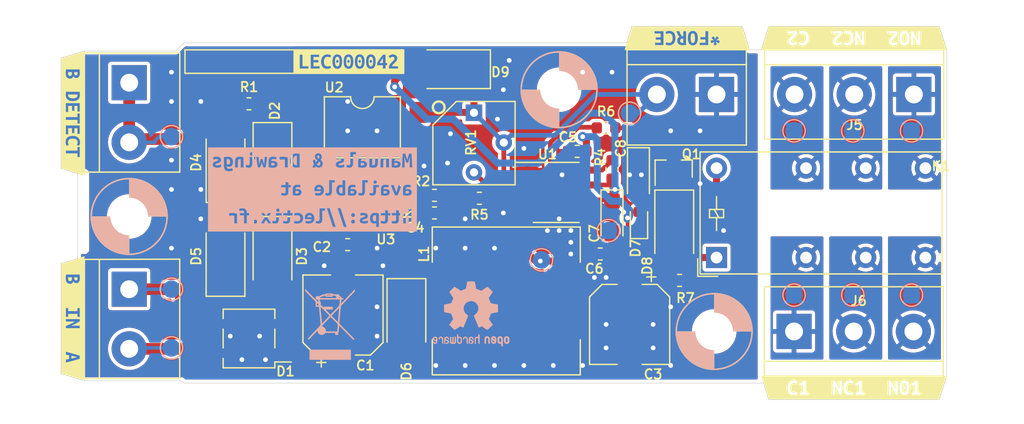
<source format=kicad_pcb>
(kicad_pcb (version 20211014) (generator pcbnew)
  (layers (0 "F.Cu" signal) (31 "B.Cu" signal) (34 "B.Paste" user) (35 "F.Paste" user) (36 "B.SilkS" user "B.Silkscreen") (37 "F.SilkS" user "F.Silkscreen") (38 "B.Mask" user) (39 "F.Mask" user) (44 "Edge.Cuts" user))
  (net 0 "")
  (net 1 "GND")
  (net 2 "Net-(C1-Pad1)")
  (net 3 "+5V")
  (net 4 "Net-(C4-Pad2)")
  (net 5 "Net-(D2-Pad2)")
  (net 6 "Net-(D4-Pad1)")
  (net 7 "Net-(D6-Pad1)")
  (net 8 "Net-(D7-Pad1)")
  (net 9 "Net-(D8-Pad2)")
  (net 10 "/FORCE")
  (net 11 "/T1")
  (net 12 "/R1")
  (net 13 "/C1")
  (net 14 "/T2")
  (net 15 "/R2")
  (net 16 "/C2")
  (net 17 "Net-(R1-Pad2)")
  (net 18 "Net-(R5-Pad2)")
  (net 19 "Net-(R6-Pad2)")
  (net 20 "TRACK_B")
  (net 21 "TRACK_A")
  (net 22 "TRACK_B_DETECT_ZONE")
  (net 23 "Net-(C6-Pad1)")
  (net 24 "Net-(C7-Pad1)")
  (net 25 "Net-(C8-Pad1)")
  (footprint "Capacitor_SMD:C_0603_1608Metric" (layer "F.Cu") (at 220 87.2 180)
    (fp_text reference "C2")
    (fp_text value "100nF")
  )
  (footprint "0_capacitors:CP_Elec_6.3x5.8" (layer "F.Cu") (at 244 94 -90)
    (fp_text reference "C3")
    (fp_text value "100uF")
  )
  (footprint "Capacitor_SMD:C_0603_1608Metric" (layer "F.Cu") (at 227.3875 84.5 180)
    (fp_text reference "C4")
    (fp_text value "DNP")
  )
  (footprint "Diode_SMD:D_SMA" (layer "F.Cu") (at 213.6 80.2 -90)
    (fp_text reference "D2")
    (fp_text value "D")
  )
  (footprint "Diode_SMD:D_SMA" (layer "F.Cu") (at 213.6 88.2 -90)
    (fp_text reference "D3")
    (fp_text value "D")
  )
  (footprint "Diode_SMD:D_SMA" (layer "F.Cu") (at 209.6 80.2 90)
    (fp_text reference "D4")
    (fp_text value "D")
  )
  (footprint "Diode_SMD:D_SMA" (layer "F.Cu") (at 209.6 88.2 90)
    (fp_text reference "D5")
    (fp_text value "D")
  )
  (footprint "Diode_SMD:D_SMA" (layer "F.Cu") (at 225 93.5 -90)
    (fp_text reference "D6")
    (fp_text value "D_Schottky_Small")
  )
  (footprint "LED_SMD:LED_0603_1608Metric" (layer "F.Cu") (at 244.8 85.2 90)
    (fp_text reference "D7")
    (fp_text value "LED")
  )
  (footprint "Diode_SMD:D_SMA" (layer "F.Cu") (at 247.8 85.95 -90)
    (fp_text reference "D8")
    (fp_text value "D")
  )
  (footprint "0_connectors:TerminalBlock_bornier-2_P5.08mm-blue" (layer "F.Cu") (at 248.86 74.4 180)
    (fp_text reference "J1")
    (fp_text value "FORCE_ACTIVATION")
  )
  (footprint "0_connectors:TerminalBlock_bornier-2_P5.08mm-blue" (layer "F.Cu") (at 201.4 75.94 -90)
    (fp_text reference "J2")
    (fp_text value "TRACKS_OUT")
  )
  (footprint "0_connectors:TerminalBlock_bornier-2_P5.08mm-green" (layer "F.Cu") (at 201.4 93.54 -90)
    (fp_text reference "J3")
    (fp_text value "TRACKS_IN")
  )
  (footprint "0_connectors:TerminalBlock_bornier-3_P5.08mm-blue" (layer "F.Cu") (at 268.2 74.4 180)
    (fp_text reference "J5")
    (fp_text value "CONTACT_1")
  )
  (footprint "0_connectors:TerminalBlock_bornier-3_P5.08mm-blue" (layer "F.Cu") (at 258 94.6)
    (fp_text reference "J6")
    (fp_text value "CONTACT_2")
  )
  (footprint "Resistor_SMD:R_0603_1608Metric" (layer "F.Cu") (at 227.3875 83 180)
    (fp_text reference "R2")
    (fp_text value "3k")
  )
  (footprint "Resistor_SMD:R_0603_1608Metric" (layer "F.Cu") (at 225 82.0125 90)
    (fp_text reference "R3")
    (fp_text value "1k")
  )
  (footprint "Resistor_SMD:R_0603_1608Metric" (layer "F.Cu") (at 231.2125 83.25)
    (fp_text reference "R5")
    (fp_text value "1k")
  )
  (footprint "Resistor_SMD:R_0603_1608Metric" (layer "F.Cu") (at 242 77.25 180)
    (fp_text reference "R6")
    (fp_text value "1k")
  )
  (footprint "Resistor_SMD:R_0603_1608Metric" (layer "F.Cu") (at 248.25 90.25 180)
    (fp_text reference "R7")
    (fp_text value "10k")
  )
  (footprint "Package_DIP:SMDIP-4_W9.53mm_Clearance8mm" (layer "F.Cu") (at 221.25 77.2)
    (fp_text reference "U2")
    (fp_text value "CYPC817")
  )
  (footprint "Package_SO:SOP-8_3.76x4.96mm_P1.27mm" (layer "F.Cu") (at 220 83.4 180)
    (fp_text reference "U3")
    (fp_text value "XL1509-ADJE1")
  )
  (footprint "0_relays:Relay_DPDT_HK19F" (layer "F.Cu") (at 260.3 84.7)
    (fp_text reference "K1")
    (fp_text value "HK19F-5V")
  )
  (footprint "Resistor_SMD:R_0603_1608Metric" (layer "F.Cu") (at 211.6 75.2)
    (fp_text reference "R1")
    (fp_text value "27")
  )
  (footprint "0_mechanical:MountingHole_3.2mm_M3" (layer "F.Cu") (at 201.4 84.8)
    (fp_text reference "H1" hide)
    (fp_text value "MountingHole")
  )
  (footprint "0_mechanical:MountingHole_3.2mm_M3" (layer "F.Cu") (at 251.2 94.6)
    (fp_text reference "H2" hide)
    (fp_text value "MountingHole")
  )
  (footprint "0_mechanical:MountingHole_3.2mm_M3" (layer "F.Cu") (at 238 74)
    (fp_text reference "H3" hide)
    (fp_text value "MountingHole")
  )
  (footprint "0_logos:Logo_10mm" (layer "F.Cu") (at 210.75 71.6)
    (fp_text reference "LOGO1" hide)
    (fp_text value "logo_lectix_25mm" hide)
  )
  (footprint "Capacitor_SMD:C_0603_1608Metric" (layer "F.Cu") (at 241.5 88)
    (fp_text reference "C6")
    (fp_text value "10n")
  )
  (footprint "Capacitor_Tantalum_SMD:CP_EIA-3216-18_Kemet-A" (layer "F.Cu") (at 242.5 84.85 -90)
    (fp_text reference "C7")
    (fp_text value "10uF")
  )
  (footprint "Capacitor_Tantalum_SMD:CP_EIA-3216-18_Kemet-A" (layer "F.Cu") (at 244.75 81.25 -90)
    (fp_text reference "C8")
    (fp_text value "10uF")
  )
  (footprint "Resistor_SMD:R_0603_1608Metric" (layer "F.Cu") (at 242.5 80.7875 -90)
    (fp_text reference "R4")
    (fp_text value "180k")
  )
  (footprint "Package_SO:SOIC-8_3.9x4.9mm_P1.27mm" (layer "F.Cu") (at 237.75 82.75)
    (fp_text reference "U1")
    (fp_text value "NE555")
  )
  (footprint "Capacitor_SMD:C_0603_1608Metric" (layer "F.Cu") (at 239.5375 79.25 180)
    (fp_text reference "C5")
    (fp_text value "100nF")
  )
  (footprint "Inductor_SMD:L_12x12mm_H6mm" (layer "F.Cu") (at 233.5 92 180)
    (fp_text reference "L1")
    (fp_text value "47uH")
  )
  (footprint "Diode_SMD:D_SMA" (layer "F.Cu") (at 228.75 72.25 180)
    (fp_text reference "D9")
    (fp_text value "D")
  )
  (footprint "Package_TO_SOT_SMD:TO-269AA" (layer "F.Cu") (at 211.6 95.2 180)
    (fp_text reference "D1")
    (fp_text value "MB10S")
  )
  (footprint "0_potentiometers:BOURNS-3362P_pot" (layer "F.Cu") (at 230.75 78.5 -90)
    (fp_text reference "RV1")
    (fp_text value "500k")
  )
  (footprint "0_capacitors:CP_Elec_6.3x5.8" (layer "F.Cu") (at 219.6 93.2 90)
    (fp_text reference "C1")
    (fp_text value "100uF")
  )
  (footprint "Package_TO_SOT_SMD:SOT-23" (layer "F.Cu") (at 247.75 80.75 90)
    (fp_text reference "Q1")
    (fp_text value "S8050")
  )
  (footprint "kibuzzard-624D4ACF" (layer "F.Cu") (at 196.6 93.5 -90)
    (fp_text reference "kibuzzard-624D4ACF" hide)
    (fp_text value "G***" hide)
  )
  (footprint "kikit:Tab" (layer "F.Cu") (at 271.25 92.008895 180)
    (fp_text reference "REF**" hide)
    (fp_text value "Tab")
  )
  (footprint "kibuzzard-624D4A0B" (layer "F.Cu") (at 220.1 71.6)
    (fp_text reference "kibuzzard-624D4A0B" hide)
    (fp_text value "G***" hide)
  )
  (footprint "kibuzzard-624D4A7D" (layer "F.Cu") (at 248.9 69.6 180)
    (fp_text reference "kibuzzard-624D4A7D" hide)
    (fp_text value "G***" hide)
  )
  (footprint "kikit:Tab" (layer "F.Cu") (at 196.75 84.75)
    (fp_text reference "REF**" hide)
    (fp_text value "Tab")
  )
  (footprint "kikit:Tab" (layer "F.Cu") (at 271.25 77.221953 180)
    (fp_text reference "REF**" hide)
    (fp_text value "Tab")
  )
  (footprint "kibuzzard-624D4BCC" (layer "F.Cu") (at 263.1 69.6 180)
    (fp_text reference "kibuzzard-624D4BCC" hide)
    (fp_text value "G***" hide)
  )
  (footprint "kibuzzard-624D4BDE" (layer "F.Cu") (at 263.1 99.4)
    (fp_text reference "kibuzzard-624D4BDE" hide)
    (fp_text value "G***" hide)
  )
  (footprint "kibuzzard-624D4AF8" (layer "F.Cu") (at 196.6 76 -90)
    (fp_text reference "kibuzzard-624D4AF8" hide)
    (fp_text value "G***" hide)
  )
  (footprint "TestPoint:TestPoint_Pad_D1.5mm" (layer "B.Cu") (at 236.5 88.5)
    (fp_text reference "TP4" hide)
    (fp_text value "TestPoint_Probe")
  )
  (footprint "TestPoint:TestPoint_Pad_D1.5mm" (layer "B.Cu") (at 242.2 86)
    (fp_text reference "TP6" hide)
    (fp_text value "TestPoint_Probe")
  )
  (footprint "TestPoint:TestPoint_Pad_D1.5mm" (layer "B.Cu") (at 244 76)
    (fp_text reference "TP7" hide)
    (fp_text value "TestPoint_Probe")
  )
  (footprint "TestPoint:TestPoint_Pad_D1.5mm" (layer "B.Cu") (at 205 78)
    (fp_text reference "TP8" hide)
    (fp_text value "TestPoint_Probe")
  )
  (footprint "TestPoint:TestPoint_Pad_D1.5mm" (layer "B.Cu") (at 205 96)
    (fp_text reference "TP9" hide)
    (fp_text value "TestPoint_Probe")
  )
  (footprint "TestPoint:TestPoint_Pad_D1.5mm" (layer "B.Cu") (at 205 91)
    (fp_text reference "TP10" hide)
    (fp_text value "TestPoint_Probe")
  )
  (footprint "TestPoint:TestPoint_Pad_D1.5mm" (layer "B.Cu") (at 263 77.5)
    (fp_text reference "TP1" hide)
    (fp_text value "TestPoint_Probe")
  )
  (footprint "TestPoint:TestPoint_Pad_D1.5mm" (layer "B.Cu") (at 258 77.5)
    (fp_text reference "TP2" hide)
    (fp_text value "TestPoint_Probe")
  )
  (footprint "TestPoint:TestPoint_Pad_D1.5mm" (layer "B.Cu") (at 268 77.5)
    (fp_text reference "TP3" hide)
    (fp_text value "TestPoint_Probe")
  )
  (footprint "TestPoint:TestPoint_Pad_D1.5mm" (layer "B.Cu") (at 263 91.5)
    (fp_text reference "TP5" hide)
    (fp_text value "TestPoint_Probe")
  )
  (footprint "TestPoint:TestPoint_Pad_D1.5mm" (layer "B.Cu") (at 258 91.5)
    (fp_text reference "TP11" hide)
    (fp_text value "TestPoint_Probe")
  )
  (footprint "TestPoint:TestPoint_Pad_D1.5mm" (layer "B.Cu") (at 268 91.5)
    (fp_text reference "TP12" hide)
    (fp_text value "TestPoint_Probe")
  )
  (footprint "Symbol:WEEE-Logo_4.2x6mm_SilkScreen" (layer "B.Cu") (at 218.5 94 180)
    (fp_text reference "REF**" hide)
    (fp_text value "WEEE-Logo_4.2x6mm_SilkScreen" hide)
  )
  (footprint "kibuzzard-624D5053" (layer "B.Cu") (at 217 82.5 180)
    (fp_text reference "kibuzzard-624D5053" hide)
    (fp_text value "G***" hide)
  )
  (footprint "Symbol:OSHW-Logo2_7.3x6mm_SilkScreen" (layer "B.Cu") (at 230.5 93.1 180)
    (fp_text reference "REF**" hide)
    (fp_text value "OSHW-Logo2_7.3x6mm_SilkScreen" hide)
  )
  (gr_line (start 224.75 70.6) (end 206.15 70.6) (layer "F.SilkS") (width 0.12))
  (gr_line (start 206.15 70.6) (end 206.15 72.6) (layer "F.SilkS") (width 0.12))
  (gr_line (start 206.15 72.6) (end 224.75 72.6) (layer "F.SilkS") (width 0.12))
  (gr_line (start 224.75 72.6) (end 224.75 70.6) (layer "F.SilkS") (width 0.12))
  (gr_line (start 195.6 80.7) (end 197 81.15) (layer "Edge.Cuts") (width 0.05))
  (gr_line (start 195.6 71.3) (end 195.6 80.7) (layer "Edge.Cuts") (width 0.05))
  (gr_line (start 197.6 70.7) (end 195.6 71.3) (layer "Edge.Cuts") (width 0.05))
  (gr_line (start 255.2 70.6) (end 255.85 68.6) (layer "Edge.Cuts") (width 0.05))
  (gr_line (start 253.6 68.6) (end 254.2 70.6) (layer "Edge.Cuts") (width 0.05))
  (gr_line (start 243.75 70) (end 206.05 70) (layer "Edge.Cuts") (width 0.05))
  (gr_line (start 271 98.4) (end 271 70.6) (layer "Edge.Cuts") (width 0.05))
  (gr_line (start 244.2 68.6) (end 253.6 68.6) (layer "Edge.Cuts") (width 0.05))
  (gr_line (start 243.75 70) (end 244.2 68.6) (layer "Edge.Cuts") (width 0.05))
  (gr_line (start 195.6 88.8) (end 197 88.4) (layer "Edge.Cuts") (width 0.05))
  (gr_line (start 195.6 98.2) (end 195.6 88.8) (layer "Edge.Cuts") (width 0.05))
  (gr_line (start 197.6 98.8) (end 195.6 98.2) (layer "Edge.Cuts") (width 0.05))
  (gr_line (start 197 81.15) (end 197 88.4) (layer "Edge.Cuts") (width 0.05))
  (gr_line (start 255.85 68.6) (end 270.35 68.6) (layer "Edge.Cuts") (width 0.05))
  (gr_line (start 206.05 99) (end 255.4 99) (layer "Edge.Cuts") (width 0.05))
  (gr_line (start 255.2 70.6) (end 254.2 70.6) (layer "Edge.Cuts") (width 0.05))
  (gr_line (start 255.85 100.4) (end 270.35 100.4) (layer "Edge.Cuts") (width 0.05))
  (gr_line (start 255.85 100.4) (end 255.4 99) (layer "Edge.Cuts") (width 0.05))
  (gr_line (start 205.35 70.7) (end 197.6 70.7) (layer "Edge.Cuts") (width 0.05))
  (gr_line (start 205.85 98.8) (end 197.6 98.8) (layer "Edge.Cuts") (width 0.05))
  (gr_line (start 206.05 70) (end 205.35 70.7) (layer "Edge.Cuts") (width 0.05))
  (gr_line (start 271 70.6) (end 270.35 68.6) (layer "Edge.Cuts") (width 0.05))
  (gr_line (start 270.35 100.4) (end 271 98.4) (layer "Edge.Cuts") (width 0.05))
  (gr_line (start 206.05 99) (end 205.85 98.8) (layer "Edge.Cuts") (width 0.05))
  (segment (start 217.4625 85.45) (end 218.2125 86.2) (width 0.6) (layer "F.Cu") (net 1))
  (segment (start 222.5375 81.495) (end 224.73 81.495) (width 0.6) (layer "F.Cu") (net 1))
  (segment (start 219.2125 86.4125) (end 219.2125 87.2) (width 0.6) (layer "F.Cu") (net 1))
  (segment (start 217.9 90.5) (end 219.6 90.5) (width 1) (layer "F.Cu") (net 1))
  (segment (start 217.4625 81.495) (end 222.5375 81.495) (width 0.6) (layer "F.Cu") (net 1))
  (segment (start 224.73 81.495) (end 225 81.225) (width 0.6) (layer "F.Cu") (net 1))
  (segment (start 216.175 93.93) (end 217.4 92.705) (width 1) (layer "F.Cu") (net 1))
  (segment (start 217.4 91) (end 217.9 90.5) (width 1) (layer "F.Cu") (net 1))
  (segment (start 242.5 86.2) (end 242.5 87.7875) (width 0.6) (layer "F.Cu") (net 1))
  (segment (start 219.2125 87.2) (end 219.2125 87.8125) (width 0.6) (layer "F.Cu") (net 1))
  (segment (start 214.675 93.93) (end 216.175 93.93) (width 1) (layer "F.Cu") (net 1))
  (segment (start 218.2125 86.2) (end 219 86.2) (width 0.6) (layer "F.Cu") (net 1))
  (segment (start 219 86.2) (end 219.2125 86.4125) (width 0.6) (layer "F.Cu") (net 1))
  (segment (start 219.2125 87.8125) (end 219.6 88.2) (width 0.6) (layer "F.Cu") (net 1))
  (segment (start 242.5 87.7875) (end 242.2875 88) (width 0.6) (layer "F.Cu") (net 1))
  (segment (start 219.6 88.2) (end 219.6 90.5) (width 0.6) (layer "F.Cu") (net 1))
  (segment (start 217.4625 81.495) (end 217.4625 85.45) (width 0.6) (layer "F.Cu") (net 1))
  (segment (start 217.4 92.705) (end 217.4 91) (width 1) (layer "F.Cu") (net 1))
  (via (at 207.5 85) (size 0.8) (drill 0.4) (layers "F.Cu" "B.Cu") (net 1))
  (via (at 242 94) (size 0.8) (drill 0.4) (layers "F.Cu" "B.Cu") (net 1))
  (via (at 213 97) (size 0.8) (drill 0.4) (layers "F.Cu" "B.Cu") (net 1))
  (via (at 241 90) (size 0.8) (drill 0.4) (layers "F.Cu" "B.Cu") (net 1))
  (via (at 239 86) (size 0.8) (drill 0.4) (layers "F.Cu" "B.Cu") (net 1))
  (via (at 230 85) (size 0.8) (drill 0.4) (layers "F.Cu" "B.Cu") (net 1))
  (via (at 252 86) (size 0.8) (drill 0.4) (layers "F.Cu" "B.Cu") (net 1))
  (via (at 238 86) (size 0.8) (drill 0.4) (layers "F.Cu" "B.Cu") (net 1))
  (via (at 212.5 95) (size 0.8) (drill 0.4) (layers "F.Cu" "B.Cu") (net 1))
  (via (at 218 89) (size 0.8) (drill 0.4) (layers "F.Cu" "B.Cu") (net 1))
  (via (at 227.5 97.5) (size 0.8) (drill 0.4) (layers "F.Cu" "B.Cu") (net 1))
  (via (at 238 85) (size 0.8) (drill 0.4) (layers "F.Cu" "B.Cu") (net 1))
  (via (at 232.5 97.5) (size 0.8) (drill 0.4) (layers "F.Cu" "B.Cu") (net 1))
  (via (at 228.75 77.75) (size 0.8) (drill 0.4) (layers "F.Cu" "B.Cu") (net 1))
  (via (at 207.5 75) (size 0.8) (drill 0.4) (layers "F.Cu" "B.Cu") (net 1))
  (via (at 222.5 92.5) (size 0.8) (drill 0.4) (layers "F.Cu" "B.Cu") (net 1))
  (via (at 247.5 97.5) (size 0.8) (drill 0.4) (layers "F.Cu" "B.Cu") (net 1))
  (via (at 237.5 97.5) (size 0.8) (drill 0.4) (layers "F.Cu" "B.Cu") (net 1))
  (via (at 222.5 77.5) (size 0.8) (drill 0.4) (layers "F.Cu" "B.Cu") (net 1))
  (via (at 227.5 87.5) (size 0.8) (drill 0.4) (layers "F.Cu" "B.Cu") (net 1))
  (via (at 242 90) (size 0.8) (drill 0.4) (layers "F.Cu" "B.Cu") (net 1))
  (via (at 238.25 81.25) (size 0.8) (drill 0.4) (layers "F.Cu" "B.Cu") (net 1))
  (via (at 235 79) (size 0.8) (drill 0.4) (layers "F.Cu" "B.Cu") (net 1))
  (via (at 233.25 74) (size 0.8) (drill 0.4) (layers "F.Cu" "B.Cu") (net 1))
  (via (at 205 80) (size 0.8) (drill 0.4) (layers "F.Cu" "B.Cu") (net 1))
  (via (at 222.5 95) (size 0.8) (drill 0.4) (layers "F.Cu" "B.Cu") (net 1))
  (via (at 239 88) (size 0.8) (drill 0.4) (layers "F.Cu" "B.Cu") (net 1))
  (via (at 244 81.25) (size 0.8) (drill 0.4) (layers "F.Cu" "B.Cu") (net 1))
  (via (at 205 82.5) (size 0.8) (drill 0.4) (layers "F.Cu" "B.Cu") (net 1))
  (via (at 246 94) (size 0.8) (drill 0.4) (layers "F.Cu" "B.Cu") (net 1))
  (via (at 205 72.5) (size 0.8) (drill 0.4) (layers "F.Cu" "B.Cu") (net 1))
  (via (at 230 97.5) (size 0.8) (drill 0.4) (layers "F.Cu" "B.Cu") (net 1))
  (via (at 237 86) (size 0.8) (drill 0.4) (layers "F.Cu" "B.Cu") (net 1))
  (via (at 245 81.25) (size 0.8) (drill 0.4) (layers "F.Cu" "B.Cu") (net 1))
  (via (at 250 77.5) (size 0.8) (drill 0.4) (layers "F.Cu" "B.Cu") (net 1))
  (via (at 232.75 76.5) (size 0.8) (drill 0.4) (layers "F.Cu" "B.Cu") (net 1))
  (via (at 247.5 77.5) (size 0.8) (drill 0.4) (layers "F.Cu" "B.Cu") (net 1))
  (via (at 222.5 87.5) (size 0.8) (drill 0.4) (layers "F.Cu" "B.Cu") (net 1))
  (via (at 246 96) (size 0.8) (drill 0.4) (layers "F.Cu" "B.Cu") (net 1))
  (via (at 228.5 80.25) (size 0.8) (drill 0.4) (layers "F.Cu" "B.Cu") (net 1))
  (via (at 232.5 87.5) (size 0.8) (drill 0.4) (layers "F.Cu" "B.Cu") (net 1))
  (via (at 223 89) (size 0.8) (drill 0.4) (layers "F.Cu" "B.Cu") (net 1))
  (via (at 247.5 92.5) (size 0.8) (drill 0.4) (layers "F.Cu" "B.Cu") (net 1))
  (via (at 240 97.5) (size 0.8) (drill 0.4) (layers "F.Cu" "B.Cu") (net 1))
  (via (at 205 75) (size 0.8) (drill 0.4) (layers "F.Cu" "B.Cu") (net 1))
  (via (at 235 97.5) (size 0.8) (drill 0.4) (layers "F.Cu" "B.Cu") (net 1))
  (via (at 242.5 72.5) (size 0.8) (drill 0.4) (layers "F.Cu" "B.Cu") (net 1))
  (via (at 240 72.5) (size 0.8) (drill 0.4) (layers "F.Cu" "B.Cu") (net 1))
  (via (at 239 87) (size 0.8) (drill 0.4) (layers "F.Cu" "B.Cu") (net 1))
  (via (at 210 95) (size 0.8) (drill 0.4) (layers "F.Cu" "B.Cu") (net 1))
  (via (at 250 82) (size 0.8) (drill 0.4) (layers "F.Cu" "B.Cu") (net 1))
  (via (at 205 87.5) (size 0.8) (drill 0.4) (layers "F.Cu" "B.Cu") (net 1))
  (via (at 211 97) (size 0.8) (drill 0.4) (layers "F.Cu" "B.Cu") (net 1))
  (via (at 242 96) (size 0.8) (drill 0.4) (layers "F.Cu" "B.Cu") (net 1))
  (via (at 233.75 71.5) (size 0.8) (drill 0.4) (layers "F.Cu" "B.Cu") (net 1))
  (via (at 207.5 82.5) (size 0.8) (drill 0.4) (layers "F.Cu" "B.Cu") (net 1))
  (via (at 226.5 80.5) (size 0.8) (drill 0.4) (layers "F.Cu" "B.Cu") (net 1))
  (via (at 233.25 84.5) (size 0.8) (drill 0.4) (layers "F.Cu" "B.Cu") (net 1))
  (via (at 220 77.5) (size 0.8) (drill 0.4) (layers "F.Cu" "B.Cu") (net 1))
  (via (at 230 87.5) (size 0.8) (drill 0.4) (layers "F.Cu" "B.Cu") (net 1))
  (via (at 220 75) (size 0.8) (drill 0.4) (layers "F.Cu" "B.Cu") (net 1))
  (segment (start 214.675 96.47) (end 216.73 96.47) (width 1) (layer "F.Cu") (net 2))
  (segment (start 221 86.4) (end 220.7875 86.6125) (width 0.6) (layer "F.Cu") (net 2))
  (segment (start 221.4425 86.4) (end 221 86.4) (width 0.6) (layer "F.Cu") (net 2))
  (segment (start 220.7875 87.775) (end 221.2 88.1875) (width 0.6) (layer "F.Cu") (net 2))
  (segment (start 222.5375 85.305) (end 221.4425 86.4) (width 0.6) (layer "F.Cu") (net 2))
  (segment (start 217.3 95.9) (end 219.6 95.9) (width 1) (layer "F.Cu") (net 2))
  (segment (start 221.2 88.1875) (end 221.2 95.4) (width 0.6) (layer "F.Cu") (net 2))
  (segment (start 220.7875 86.6125) (end 220.7875 87.2) (width 0.6) (layer "F.Cu") (net 2))
  (segment (start 220.7875 87.2) (end 220.7875 87.775) (width 0.6) (layer "F.Cu") (net 2))
  (segment (start 216.73 96.47) (end 217.3 95.9) (width 1) (layer "F.Cu") (net 2))
  (segment (start 220.7 95.9) (end 219.6 95.9) (width 0.6) (layer "F.Cu") (net 2))
  (segment (start 221.2 95.4) (end 220.7 95.9) (width 0.6) (layer "F.Cu") (net 2))
  (segment (start 235.2 87) (end 235.2 87.8) (width 0.6) (layer "F.Cu") (net 3))
  (segment (start 235.2 87.8) (end 236 88.6) (width 0.6) (layer "F.Cu") (net 3))
  (segment (start 228.175 84.925) (end 229.65 86.4) (width 0.4) (layer "F.Cu") (net 3))
  (segment (start 243.8 89.6) (end 243.8 90.29185) (width 0.3) (layer "F.Cu") (net 3))
  (segment (start 247.8 83.95) (end 250.25 83.95) (width 0.6) (layer "F.Cu") (net 3))
  (segment (start 228.75 83) (end 229 83.25) (width 0.4) (layer "F.Cu") (net 3))
  (segment (start 250.25 83.95) (end 251.4 82.8) (width 0.6) (layer "F.Cu") (net 3))
  (segment (start 240.325 78.325) (end 240 78) (width 0.6) (layer "F.Cu") (net 3))
  (segment (start 244.8 84.4125) (end 246.0375 84.4125) (width 0.4) (layer "F.Cu") (net 3))
  (segment (start 246.0375 84.4125) (end 246.5 83.95) (width 0.4) (layer "F.Cu") (net 3))
  (segment (start 243.825 89.575) (end 243.8 89.6) (width 0.3) (layer "F.Cu") (net 3))
  (segment (start 240.225 80.845) (end 241.655 80.845) (width 0.4) (layer "F.Cu") (net 3))
  (segment (start 228.175 83) (end 228.175 84.5) (width 0.4) (layer "F.Cu") (net 3))
  (segment (start 241.6 91.3) (end 244 91.3) (width 1) (layer "F.Cu") (net 3))
  (segment (start 229 83.25) (end 230.425 83.25) (width 0.4) (layer "F.Cu") (net 3))
  (segment (start 240.225 80.845) (end 240.225 79.35) (width 0.4) (layer "F.Cu") (net 3))
  (segment (start 228.175 83) (end 228.75 83) (width 0.4) (layer "F.Cu") (net 3))
  (segment (start 243.825 84.6) (end 243.825 84.925) (width 0.3) (layer "F.Cu") (net 3))
  (segment (start 235.275 84.655) (end 235.275 86.225) (width 0.6) (layer "F.Cu") (net 3))
  (segment (start 236.4 88.6) (end 237.4875 88.6) (width 0.6) (layer "F.Cu") (net 3))
  (segment (start 244.0125 84.4125) (end 244.8 84.4125) (width 0.3) (layer "F.Cu") (net 3))
  (segment (start 240.225 79.35) (end 240.325 79.25) (width 0.4) (layer "F.Cu") (net 3))
  (segment (start 238.8 91) (end 238.7 90.9) (width 0.3) (layer "F.Cu") (net 3))
  (segment (start 238.7 90.9) (end 237.8 90.9) (width 0.3) (layer "F.Cu") (net 3))
  (segment (start 246.5 83.95) (end 247.8 83.95) (width 0.4) (layer "F.Cu") (net 3))
  (segment (start 240.9 92) (end 241.6 91.3) (width 1) (layer "F.Cu") (net 3))
  (segment (start 228.175 84.5) (end 228.175 84.925) (width 0.4) (layer "F.Cu") (net 3))
  (segment (start 243.825 84.925) (end 243.825 89.575) (width 0.3) (layer "F.Cu") (net 3))
  (segment (start 235.275 86.225) (end 234.85 86.65) (width 0.6) (layer "F.Cu") (net 3))
  (segment (start 238.45 92) (end 240.9 92) (width 1) (layer "F.Cu") (net 3))
  (segment (start 241.655 80.845) (end 242.5 80) (width 0.4) (layer "F.Cu") (net 3))
  (segment (start 243.825 84.6) (end 244.0125 84.4125) (width 0.3) (layer "F.Cu") (net 3))
  (segment (start 229.65 86.4) (end 233 86.4) (width 0.4) (layer "F.Cu") (net 3))
  (segment (start 240.325 79.25) (end 240.325 78.325) (width 0.6) (layer "F.Cu") (net 3))
  (segment (start 237.4875 88.6) (end 237.8 88.9125) (width 0.6) (layer "F.Cu") (net 3))
  (segment (start 251.4 82.8) (end 251.4 80.68) (width 0.6) (layer "F.Cu") (net 3))
  (segment (start 234.85 86.65) (end 235.2 87) (width 0.6) (layer "F.Cu") (net 3))
  (segment (start 234.6 86.4) (end 234.85 86.65) (width 0.6) (layer "F.Cu") (net 3))
  (segment (start 237.8 88.9125) (end 237.8 90.9) (width 0.6) (layer "F.Cu") (net 3))
  (segment (start 236 88.6) (end 236.4 88.6) (width 0.6) (layer "F.Cu") (net 3))
  (segment (start 233 86.4) (end 234.6 86.4) (width 0.6) (layer "F.Cu") (net 3))
  (via (at 243.825 84.925) (size 0.8) (drill 0.4) (layers "F.Cu" "B.Cu") (net 3))
  (via (at 236.4 88.6) (size 0.8) (drill 0.4) (layers "F.Cu" "B.Cu") (net 3))
  (via (at 240 78) (size 0.8) (drill 0.4) (layers "F.Cu" "B.Cu") (net 3))
  (segment (start 244 84.75) (end 243.825 84.925) (width 0.6) (layer "B.Cu") (net 3))
  (segment (start 241.25 78.25) (end 241.25 82.332002) (width 0.6) (layer "B.Cu") (net 3))
  (segment (start 241.25 82.332002) (end 242.417998 83.5) (width 0.6) (layer "B.Cu") (net 3))
  (segment (start 243.25 83.5) (end 244 84.25) (width 0.6) (layer "B.Cu") (net 3))
  (segment (start 241 78) (end 241.25 78.25) (width 0.6) (layer "B.Cu") (net 3))
  (segment (start 240 78) (end 241 78) (width 0.6) (layer "B.Cu") (net 3))
  (segment (start 242.417998 83.5) (end 243.25 83.5) (width 0.6) (layer "B.Cu") (net 3))
  (segment (start 236.5 88.5) (end 236.4 88.6) (width 0.6) (layer "B.Cu") (net 3))
  (segment (start 244 84.25) (end 244 84.75) (width 0.6) (layer "B.Cu") (net 3))
  (segment (start 226.6 83.6) (end 226.6 83.85) (width 0.4) (layer "F.Cu") (net 4))
  (segment (start 226.6 83) (end 226.6 84.5) (width 0.6) (layer "F.Cu") (net 4))
  (segment (start 226.6 83.85) (end 226.6 84.5) (width 0.6) (layer "F.Cu") (net 4))
  (segment (start 224.965 82.765) (end 225 82.8) (width 0.6) (layer "F.Cu") (net 4))
  (segment (start 222.5375 82.765) (end 224.965 82.765) (width 0.6) (layer "F.Cu") (net 4))
  (segment (start 226.6 82.8) (end 226.6 83.6) (width 0.6) (layer "F.Cu") (net 4))
  (segment (start 225 82.8) (end 226.6 82.8) (width 0.6) (layer "F.Cu") (net 4))
  (segment (start 213.6 86.2) (end 213.6 82.2) (width 1) (layer "F.Cu") (net 5))
  (segment (start 209.6 86.2) (end 209.6 82.2) (width 1) (layer "F.Cu") (net 6))
  (segment (start 227.25 91.85) (end 226.9 91.5) (width 1) (layer "F.Cu") (net 7))
  (segment (start 225 85) (end 225 91.5) (width 1) (layer "F.Cu") (net 7))
  (segment (start 222.5375 84.035) (end 224.235 84.035) (width 0.6) (layer "F.Cu") (net 7))
  (segment (start 227.25 92) (end 227.25 91.85) (width 1) (layer "F.Cu") (net 7))
  (segment (start 224.235 84.035) (end 225.1 84.9) (width 0.6) (layer "F.Cu") (net 7))
  (segment (start 228.55 92) (end 227.25 92) (width 1) (layer "F.Cu") (net 7))
  (segment (start 226.9 91.5) (end 225 91.5) (width 1) (layer "F.Cu") (net 7))
  (segment (start 246.75 90.25) (end 247.4625 90.25) (width 0.3) (layer "F.Cu") (net 8))
  (segment (start 244.8 85.9875) (end 244.8 88.3) (width 0.3) (layer "F.Cu") (net 8))
  (segment (start 244.8 88.3) (end 246.75 90.25) (width 0.3) (layer "F.Cu") (net 8))
  (segment (start 253.25 83.5) (end 251.5 85.25) (width 0.6) (layer "F.Cu") (net 9))
  (segment (start 247.8 86.1) (end 247.8 87.95) (width 0.6) (layer "F.Cu") (net 9))
  (segment (start 250 79) (end 252.25 79) (width 0.6) (layer "F.Cu") (net 9))
  (segment (start 247.9 86) (end 247.8 86.1) (width 0.6) (layer "F.Cu") (net 9))
  (segment (start 249.75 86) (end 247.9 86) (width 0.6) (layer "F.Cu") (net 9))
  (segment (start 247.75 79.75) (end 249.25 79.75) (width 0.6) (layer "F.Cu") (net 9))
  (segment (start 248.6125 89.5) (end 248.6125 88.7625) (width 0.3) (layer "F.Cu") (net 9))
  (segment (start 253.25 80) (end 253.25 83.5) (width 0.6) (layer "F.Cu") (net 9))
  (segment (start 251.5 85.25) (end 250.5 85.25) (width 0.6) (layer "F.Cu") (net 9))
  (segment (start 248.6125 88.7625) (end 247.8 87.95) (width 0.3) (layer "F.Cu") (net 9))
  (segment (start 252.25 79) (end 253.25 80) (width 0.6) (layer "F.Cu") (net 9))
  (segment (start 249.25 79.75) (end 250 79) (width 0.6) (layer "F.Cu") (net 9))
  (segment (start 248.7875 90.25) (end 248.7875 89.675) (width 0.3) (layer "F.Cu") (net 9))
  (segment (start 248.7875 89.675) (end 248.6125 89.5) (width 0.3) (layer "F.Cu") (net 9))
  (segment (start 249.3 87.95) (end 247.8 87.95) (width 0.6) (layer "F.Cu") (net 9))
  (segment (start 250.5 85.25) (end 249.75 86) (width 0.6) (layer "F.Cu") (net 9))
  (segment (start 249.65 88.3) (end 249.3 87.95) (width 0.6) (layer "F.Cu") (net 9))
  (segment (start 251.4 88.3) (end 249.65 88.3) (width 0.6) (layer "F.Cu") (net 9))
  (segment (start 233.865 82.115) (end 233.29 81.54) (width 0.4) (layer "F.Cu") (net 10))
  (segment (start 230.72 75.93) (end 230.75 75.96) (width 0.6) (layer "F.Cu") (net 10))
  (segment (start 235.275 82.115) (end 233.865 82.115) (width 0.4) (layer "F.Cu") (net 10))
  (segment (start 226.365 75.93) (end 228.32 75.93) (width 0.6) (layer "F.Cu") (net 10))
  (segment (start 230.75 75.96) (end 230.75 72.25) (width 0.6) (layer "F.Cu") (net 10))
  (segment (start 233.29 81.54) (end 233.29 78.5) (width 0.4) (layer "F.Cu") (net 10))
  (segment (start 228.32 75.93) (end 230.72 75.93) (width 0.6) (layer "F.Cu") (net 10))
  (segment (start 237.630019 77.880019) (end 233.909981 77.880019) (width 0.4) (layer "B.Cu") (net 10))
  (segment (start 233.29 78.5) (end 230.75 75.96) (width 0.4) (layer "B.Cu") (net 10))
  (segment (start 241.110038 74.4) (end 237.630019 77.880019) (width 0.4) (layer "B.Cu") (net 10))
  (segment (start 244.72 76) (end 246.32 74.4) (width 0.4) (layer "B.Cu") (net 10))
  (segment (start 246.32 74.4) (end 241.110038 74.4) (width 0.4) (layer "B.Cu") (net 10))
  (segment (start 244 76) (end 244.72 76) (width 0.4) (layer "B.Cu") (net 10))
  (segment (start 233.909981 77.880019) (end 233.29 78.5) (width 0.4) (layer "B.Cu") (net 10))
  (segment (start 214.2 75.2) (end 214.93 75.93) (width 0.6) (layer "F.Cu") (net 17))
  (segment (start 214.93 75.93) (end 216.835 75.93) (width 0.6) (layer "F.Cu") (net 17))
  (segment (start 212.3875 75.2) (end 214.2 75.2) (width 0.6) (layer "F.Cu") (net 17))
  (segment (start 232 83.25) (end 232 82.29) (width 0.4) (layer "F.Cu") (net 18))
  (segment (start 232 82.29) (end 230.75 81.04) (width 0.4) (layer "F.Cu") (net 18))
  (segment (start 236.865 83.385) (end 237.25 83) (width 0.4) (layer "F.Cu") (net 19))
  (segment (start 238.815998 78) (end 239.615999 77.199999) (width 0.4) (layer "F.Cu") (net 19))
  (segment (start 235.275 83.385) (end 236.865 83.385) (width 0.4) (layer "F.Cu") (net 19))
  (segment (start 241.162499 77.199999) (end 241.2125 77.25) (width 0.4) (layer "F.Cu") (net 19))
  (segment (start 237.25 78.5) (end 237.75 78) (width 0.4) (layer "F.Cu") (net 19))
  (segment (start 239.615999 77.199999) (end 241.162499 77.199999) (width 0.4) (layer "F.Cu") (net 19))
  (segment (start 237.75 78) (end 238.815998 78) (width 0.4) (layer "F.Cu") (net 19))
  (segment (start 237.25 83) (end 237.25 78.5) (width 0.4) (layer "F.Cu") (net 19))
  (segment (start 208.525 93.93) (end 207.025 93.93) (width 1) (layer "F.Cu") (net 20))
  (segment (start 215.73 78.47) (end 215.4 78.8) (width 0.6) (layer "F.Cu") (net 20))
  (segment (start 215.4 78.8) (end 215.4 89.9) (width 0.6) (layer "F.Cu") (net 20))
  (segment (start 205.8 92.705) (end 205.8 91) (width 1) (layer "F.Cu") (net 20))
  (segment (start 215.4 89.9) (end 215.1 90.2) (width 0.6) (layer "F.Cu") (net 20))
  (segment (start 215.1 90.2) (end 213.6 90.2) (width 0.6) (layer "F.Cu") (net 20))
  (segment (start 207.025 93.93) (end 205.8 92.705) (width 1) (layer "F.Cu") (net 20))
  (segment (start 206.6 90.2) (end 213.6 90.2) (width 1) (layer "F.Cu") (net 20))
  (segment (start 205.8 91) (end 206.6 90.2) (width 1) (layer "F.Cu") (net 20))
  (segment (start 216.835 78.47) (end 215.73 78.47) (width 0.6) (layer "F.Cu") (net 20))
  (segment (start 201.4 91) (end 205.8 91) (width 1) (layer "F.Cu") (net 20))
  (segment (start 205 91) (end 201.4 91) (width 0.3) (layer "B.Cu") (net 20))
  (segment (start 205.88 96.08) (end 206.27 96.47) (width 1) (layer "F.Cu") (net 21))
  (segment (start 206.27 96.47) (end 208.525 96.47) (width 1) (layer "F.Cu") (net 21))
  (segment (start 201.4 96.08) (end 205.88 96.08) (width 1) (layer "F.Cu") (net 21))
  (segment (start 205 96) (end 201.48 96) (width 0.3) (layer "B.Cu") (net 21))
  (segment (start 201.48 96) (end 201.4 96.08) (width 0.3) (layer "B.Cu") (net 21))
  (segment (start 201.4 73.4) (end 201.4 78.48) (width 1) (layer "F.Cu") (net 22))
  (segment (start 210.275 75.2) (end 209.6 75.875) (width 0.6) (layer "F.Cu") (net 22))
  (segment (start 210.8125 75.2) (end 210.275 75.2) (width 0.6) (layer "F.Cu") (net 22))
  (segment (start 201.68 78.2) (end 201.4 78.48) (width 1) (layer "F.Cu") (net 22))
  (segment (start 213.6 78.2) (end 209.6 78.2) (width 1) (layer "F.Cu") (net 22))
  (segment (start 209.6 75.875) (end 209.6 78.2) (width 0.6) (layer "F.Cu") (net 22))
  (segment (start 209.6 78.2) (end 201.68 78.2) (width 1) (layer "F.Cu") (net 22))
  (segment (start 203.52132 78.48) (end 201.4 78.48) (width 0.3) (layer "B.Cu") (net 22))
  (segment (start 205 78) (end 203.93934 78) (width 0.3) (layer "B.Cu") (net 22))
  (segment (start 203.6 78.40132) (end 203.52132 78.48) (width 0.3) (layer "B.Cu") (net 22))
  (segment (start 203.93934 78) (end 203.6 78.33934) (width 0.3) (layer "B.Cu") (net 22))
  (segment (start 203.6 78.33934) (end 203.6 78.40132) (width 0.3) (layer "B.Cu") (net 22))
  (segment (start 240.325 86.575) (end 240.7125 86.9625) (width 0.4) (layer "F.Cu") (net 23))
  (segment (start 240.7125 86.9625) (end 240.7125 88) (width 0.4) (layer "F.Cu") (net 23))
  (segment (start 240.225 84.655) (end 240.325 84.755) (width 0.4) (layer "F.Cu") (net 23))
  (segment (start 240.325 84.755) (end 240.325 86.575) (width 0.4) (layer "F.Cu") (net 23))
  (segment (start 242.5 82.25) (end 242.5 83.5) (width 0.4) (layer "F.Cu") (net 24))
  (segment (start 224 73.25) (end 224 73.75) (width 0.6) (layer "F.Cu") (net 24))
  (segment (start 225 72.25) (end 224 73.25) (width 0.6) (layer "F.Cu") (net 24))
  (segment (start 240.225 83.385) (end 242.385 83.385) (width 0.4) (layer "F.Cu") (net 24))
  (segment (start 242.365 82.115) (end 242.5 82.25) (width 0.4) (layer "F.Cu") (net 24))
  (segment (start 242.385 83.385) (end 242.5 83.5) (width 0.4) (layer "F.Cu") (net 24))
  (segment (start 225.25 72.25) (end 225 72.25) (width 0.6) (layer "F.Cu") (net 24))
  (segment (start 240.225 82.115) (end 242.365 82.115) (width 0.4) (layer "F.Cu") (net 24))
  (segment (start 226.75 72.25) (end 225.25 72.25) (width 0.6) (layer "F.Cu") (net 24))
  (segment (start 242.5 81.575) (end 242.5 82.25) (width 0.4) (layer "F.Cu") (net 24))
  (via (at 224 73.75) (size 0.8) (drill 0.4) (layers "F.Cu" "B.Cu") (net 24))
  (via (at 242.75 82.5) (size 0.8) (drill 0.4) (layers "F.Cu" "B.Cu") (net 24))
  (segment (start 242.75 77) (end 241.75 76) (width 0.6) (layer "B.Cu") (net 24))
  (segment (start 240.5 76) (end 236.25 80.25) (width 0.6) (layer "B.Cu") (net 24))
  (segment (start 236.25 80.25) (end 232.75 80.25) (width 0.6) (layer "B.Cu") (net 24))
  (segment (start 241.75 76) (end 240.5 76) (width 0.6) (layer "B.Cu") (net 24))
  (segment (start 229.000001 76.500001) (end 226.750001 76.500001) (width 0.6) (layer "B.Cu") (net 24))
  (segment (start 242.75 82.5) (end 242.75 77) (width 0.6) (layer "B.Cu") (net 24))
  (segment (start 232.75 80.25) (end 229.000001 76.500001) (width 0.6) (layer "B.Cu") (net 24))
  (segment (start 226.750001 76.500001) (end 224 73.75) (width 0.6) (layer "B.Cu") (net 24))
  (segment (start 246.15 79.9) (end 246.8 80.55) (width 0.4) (layer "F.Cu") (net 25))
  (segment (start 244 77.25) (end 244.75 78) (width 0.4) (layer "F.Cu") (net 25))
  (segment (start 244.75 79.9) (end 246.15 79.9) (width 0.4) (layer "F.Cu") (net 25))
  (segment (start 242.7875 77.25) (end 244 77.25) (width 0.4) (layer "F.Cu") (net 25))
  (segment (start 244.75 78) (end 244.75 79.9) (width 0.4) (layer "F.Cu") (net 25))
  (segment (start 246.8 80.55) (end 246.8 81.75) (width 0.4) (layer "F.Cu") (net 25))
  (zone (net 1) (net_name "GND") (layers F&B.Cu) (connect_pads (clearance 0.3)) (min_thickness 0.2) (fill yes (thermal_gap 0.3) (thermal_bridge_width 0.4))
    (polygon (pts (xy 192.7 66.35) (xy 254.9 66.35) (xy 254.9 102.5) (xy 192.7 102.5)))
  )
  (zone (net 15) (net_name "/R2") (layers F&B.Cu) (priority 2) (connect_pads (clearance 0.3)) (min_thickness 0.2) (fill yes (thermal_gap 0.3) (thermal_bridge_width 0.4))
    (polygon (pts (xy 265.5 97) (xy 261 97) (xy 261 86.5) (xy 265.5 86.5)))
  )
  (zone (net 12) (net_name "/R1") (layers F&B.Cu) (priority 2) (connect_pads (clearance 0.3)) (min_thickness 0.2) (fill yes (thermal_gap 0.3) (thermal_bridge_width 0.4))
    (polygon (pts (xy 265.5 82.5) (xy 261 82.5) (xy 261 72) (xy 265.5 72)))
  )
  (zone (net 16) (net_name "/C2") (layers F&B.Cu) (priority 1) (connect_pads (clearance 0.3)) (min_thickness 0.2) (fill yes (thermal_gap 0.3) (thermal_bridge_width 0.4))
    (polygon (pts (xy 260.5 97) (xy 256 97) (xy 256 86.5) (xy 260.5 86.5)))
  )
  (zone (net 14) (net_name "/T2") (layers F&B.Cu) (priority 3) (connect_pads (clearance 0.3)) (min_thickness 0.2) (fill yes (thermal_gap 0.3) (thermal_bridge_width 0.4))
    (polygon (pts (xy 270.5 97) (xy 266 97) (xy 266 86.5) (xy 270.5 86.5)))
  )
  (zone (net 0) (net_name "") (layers F&B.Cu) (connect_pads (clearance 0)) (min_thickness 0.254)
    (keepout (tracks not_allowed) (vias not_allowed) (pads allowed) (copperpour not_allowed) (footprints allowed))
    (fill (thermal_gap 0.508) (thermal_bridge_width 0.508))
    (polygon (pts (xy 198 81) (xy 198 87.75) (xy 197.75 88) (xy 197 88) (xy 197 80.75) (xy 197.75 80.75)))
  )
  (zone (net 11) (net_name "/T1") (layers F&B.Cu) (priority 3) (connect_pads (clearance 0.3)) (min_thickness 0.2) (fill yes (thermal_gap 0.3) (thermal_bridge_width 0.4))
    (polygon (pts (xy 270.5 82.5) (xy 266 82.5) (xy 266 72) (xy 270.5 72)))
  )
  (zone (net 13) (net_name "/C1") (layers F&B.Cu) (priority 1) (connect_pads (clearance 0.3)) (min_thickness 0.2) (fill yes (thermal_gap 0.3) (thermal_bridge_width 0.4))
    (polygon (pts (xy 260.5 82.5) (xy 256 82.5) (xy 256 72) (xy 260.5 72)))
  )
)
</source>
